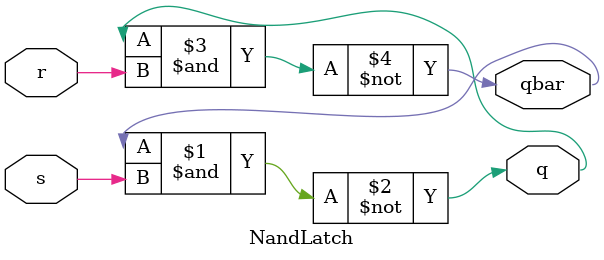
<source format=v>

module NandLatch(s,r,q,qbar);
input s,r;
output q,qbar;
nand n1 (q,qbar,s);
nand n2 (qbar,q,r);
endmodule

</source>
